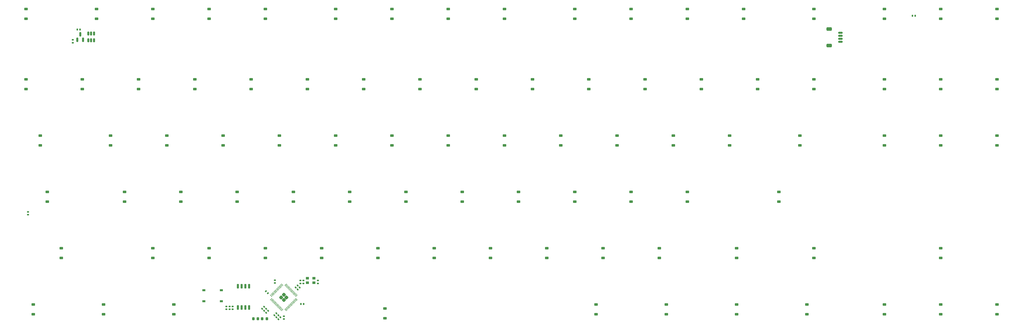
<source format=gbr>
%TF.GenerationSoftware,KiCad,Pcbnew,8.0.1*%
%TF.CreationDate,2025-12-31T00:35:04+09:00*%
%TF.ProjectId,rubrejaneTKL_RP2040_Piano,72756272-656a-4616-9e65-544b4c5f5250,rev?*%
%TF.SameCoordinates,Original*%
%TF.FileFunction,Paste,Bot*%
%TF.FilePolarity,Positive*%
%FSLAX46Y46*%
G04 Gerber Fmt 4.6, Leading zero omitted, Abs format (unit mm)*
G04 Created by KiCad (PCBNEW 8.0.1) date 2025-12-31 00:35:04*
%MOMM*%
%LPD*%
G01*
G04 APERTURE LIST*
G04 Aperture macros list*
%AMRoundRect*
0 Rectangle with rounded corners*
0 $1 Rounding radius*
0 $2 $3 $4 $5 $6 $7 $8 $9 X,Y pos of 4 corners*
0 Add a 4 corners polygon primitive as box body*
4,1,4,$2,$3,$4,$5,$6,$7,$8,$9,$2,$3,0*
0 Add four circle primitives for the rounded corners*
1,1,$1+$1,$2,$3*
1,1,$1+$1,$4,$5*
1,1,$1+$1,$6,$7*
1,1,$1+$1,$8,$9*
0 Add four rect primitives between the rounded corners*
20,1,$1+$1,$2,$3,$4,$5,0*
20,1,$1+$1,$4,$5,$6,$7,0*
20,1,$1+$1,$6,$7,$8,$9,0*
20,1,$1+$1,$8,$9,$2,$3,0*%
G04 Aperture macros list end*
%ADD10RoundRect,0.140000X0.170000X-0.140000X0.170000X0.140000X-0.170000X0.140000X-0.170000X-0.140000X0*%
%ADD11RoundRect,0.225000X0.375000X-0.225000X0.375000X0.225000X-0.375000X0.225000X-0.375000X-0.225000X0*%
%ADD12RoundRect,0.140000X0.140000X0.170000X-0.140000X0.170000X-0.140000X-0.170000X0.140000X-0.170000X0*%
%ADD13RoundRect,0.140000X-0.021213X0.219203X-0.219203X0.021213X0.021213X-0.219203X0.219203X-0.021213X0*%
%ADD14RoundRect,0.140000X-0.170000X0.140000X-0.170000X-0.140000X0.170000X-0.140000X0.170000X0.140000X0*%
%ADD15R,1.000000X0.900000*%
%ADD16RoundRect,0.140000X0.021213X-0.219203X0.219203X-0.021213X-0.021213X0.219203X-0.219203X0.021213X0*%
%ADD17RoundRect,0.225000X0.225000X0.250000X-0.225000X0.250000X-0.225000X-0.250000X0.225000X-0.250000X0*%
%ADD18RoundRect,0.150000X0.150000X-0.587500X0.150000X0.587500X-0.150000X0.587500X-0.150000X-0.587500X0*%
%ADD19RoundRect,0.140000X-0.219203X-0.021213X-0.021213X-0.219203X0.219203X0.021213X0.021213X0.219203X0*%
%ADD20RoundRect,0.150000X-0.150000X0.512500X-0.150000X-0.512500X0.150000X-0.512500X0.150000X0.512500X0*%
%ADD21RoundRect,0.150000X0.625000X-0.150000X0.625000X0.150000X-0.625000X0.150000X-0.625000X-0.150000X0*%
%ADD22RoundRect,0.250000X0.650000X-0.350000X0.650000X0.350000X-0.650000X0.350000X-0.650000X-0.350000X0*%
%ADD23RoundRect,0.150000X-0.150000X0.650000X-0.150000X-0.650000X0.150000X-0.650000X0.150000X0.650000X0*%
%ADD24R,1.000000X0.750000*%
%ADD25RoundRect,0.250000X-0.413257X0.000000X0.000000X-0.413257X0.413257X0.000000X0.000000X0.413257X0*%
%ADD26RoundRect,0.050000X-0.309359X0.238649X0.238649X-0.309359X0.309359X-0.238649X-0.238649X0.309359X0*%
%ADD27RoundRect,0.050000X-0.309359X-0.238649X-0.238649X-0.309359X0.309359X0.238649X0.238649X0.309359X0*%
G04 APERTURE END LIST*
D10*
%TO.C,C16*%
X146442500Y-133280000D03*
X146442500Y-132320000D03*
%TD*%
D11*
%TO.C,D75*%
X247832500Y-124712500D03*
X247832500Y-121412500D03*
%TD*%
%TO.C,D32*%
X319270000Y-67562500D03*
X319270000Y-64262500D03*
%TD*%
D12*
%TO.C,C5*%
X146525000Y-140250000D03*
X145565000Y-140250000D03*
%TD*%
D11*
%TO.C,D69*%
X133532500Y-124712500D03*
X133532500Y-121412500D03*
%TD*%
D13*
%TO.C,C10*%
X133134411Y-141185589D03*
X132455589Y-141864411D03*
%TD*%
D11*
%TO.C,D70*%
X152582500Y-124712500D03*
X152582500Y-121412500D03*
%TD*%
%TO.C,D16*%
X362132500Y-43750000D03*
X362132500Y-40450000D03*
%TD*%
%TO.C,D38*%
X100195000Y-86612500D03*
X100195000Y-83312500D03*
%TD*%
%TO.C,D67*%
X95432500Y-124712500D03*
X95432500Y-121412500D03*
%TD*%
%TO.C,D76*%
X266882500Y-124712500D03*
X266882500Y-121412500D03*
%TD*%
D14*
%TO.C,R5*%
X53220000Y-109120000D03*
X53220000Y-110080000D03*
%TD*%
D11*
%TO.C,D21*%
X109720000Y-67562500D03*
X109720000Y-64262500D03*
%TD*%
%TO.C,D89*%
X362132500Y-143762500D03*
X362132500Y-140462500D03*
%TD*%
%TO.C,D85*%
X269263750Y-143762500D03*
X269263750Y-140462500D03*
%TD*%
%TO.C,D37*%
X81145000Y-86612500D03*
X81145000Y-83312500D03*
%TD*%
%TO.C,D35*%
X381182500Y-67562500D03*
X381182500Y-64262500D03*
%TD*%
%TO.C,D53*%
X59713750Y-105662500D03*
X59713750Y-102362500D03*
%TD*%
%TO.C,D10*%
X238307500Y-43750000D03*
X238307500Y-40450000D03*
%TD*%
D12*
%TO.C,R8*%
X353520000Y-42765000D03*
X352560000Y-42765000D03*
%TD*%
D11*
%TO.C,D39*%
X119245000Y-86612500D03*
X119245000Y-83312500D03*
%TD*%
%TO.C,D59*%
X181157500Y-105662500D03*
X181157500Y-102362500D03*
%TD*%
%TO.C,D12*%
X276407500Y-43750000D03*
X276407500Y-40450000D03*
%TD*%
%TO.C,D84*%
X245451250Y-143762500D03*
X245451250Y-140462500D03*
%TD*%
%TO.C,D2*%
X76382500Y-43750000D03*
X76382500Y-40450000D03*
%TD*%
D10*
%TO.C,R4*%
X120370000Y-142030000D03*
X120370000Y-141070000D03*
%TD*%
D11*
%TO.C,D47*%
X271645000Y-86612500D03*
X271645000Y-83312500D03*
%TD*%
%TO.C,D9*%
X214495000Y-43750000D03*
X214495000Y-40450000D03*
%TD*%
D10*
%TO.C,C2*%
X139820000Y-145355000D03*
X139820000Y-144395000D03*
%TD*%
D11*
%TO.C,D64*%
X276407500Y-105662500D03*
X276407500Y-102362500D03*
%TD*%
D15*
%TO.C,Y1*%
X149970000Y-133075000D03*
X147820000Y-133075000D03*
X147820000Y-131525000D03*
X149970000Y-131525000D03*
%TD*%
D11*
%TO.C,D4*%
X114482500Y-43750000D03*
X114482500Y-40450000D03*
%TD*%
%TO.C,D44*%
X214495000Y-86612500D03*
X214495000Y-83312500D03*
%TD*%
%TO.C,D86*%
X293076250Y-143762500D03*
X293076250Y-140462500D03*
%TD*%
D14*
%TO.C,R6*%
X145412500Y-132320000D03*
X145412500Y-133280000D03*
%TD*%
D10*
%TO.C,R3*%
X121420000Y-142030000D03*
X121420000Y-141070000D03*
%TD*%
D13*
%TO.C,C12*%
X137309411Y-143360589D03*
X136630589Y-144039411D03*
%TD*%
D11*
%TO.C,D90*%
X381182500Y-143762500D03*
X381182500Y-140462500D03*
%TD*%
D16*
%TO.C,C1*%
X137980589Y-145389411D03*
X138659411Y-144710589D03*
%TD*%
D11*
%TO.C,D3*%
X95432500Y-43750000D03*
X95432500Y-40450000D03*
%TD*%
%TO.C,D6*%
X157345000Y-43750000D03*
X157345000Y-40450000D03*
%TD*%
%TO.C,D19*%
X71620000Y-67562500D03*
X71620000Y-64262500D03*
%TD*%
%TO.C,D48*%
X290695000Y-86612500D03*
X290695000Y-83312500D03*
%TD*%
%TO.C,D83*%
X173995000Y-145100000D03*
X173995000Y-141800000D03*
%TD*%
%TO.C,D28*%
X243070000Y-67562500D03*
X243070000Y-64262500D03*
%TD*%
%TO.C,D20*%
X90670000Y-67562500D03*
X90670000Y-64262500D03*
%TD*%
D14*
%TO.C,C15*%
X151370000Y-132320000D03*
X151370000Y-133280000D03*
%TD*%
D13*
%TO.C,C6*%
X144459411Y-133960589D03*
X143780589Y-134639411D03*
%TD*%
D11*
%TO.C,D43*%
X195445000Y-86612500D03*
X195445000Y-83312500D03*
%TD*%
D17*
%TO.C,R1*%
X131045000Y-145250000D03*
X129495000Y-145250000D03*
%TD*%
D11*
%TO.C,D26*%
X204970000Y-67562500D03*
X204970000Y-64262500D03*
%TD*%
%TO.C,D57*%
X143057500Y-105662500D03*
X143057500Y-102362500D03*
%TD*%
%TO.C,D60*%
X200207500Y-105662500D03*
X200207500Y-102362500D03*
%TD*%
%TO.C,D51*%
X362132500Y-86612500D03*
X362132500Y-83312500D03*
%TD*%
D18*
%TO.C,U1*%
X71820000Y-50887500D03*
X69920000Y-50887500D03*
X70870000Y-49012499D03*
%TD*%
D11*
%TO.C,D54*%
X85907500Y-105662500D03*
X85907500Y-102362500D03*
%TD*%
%TO.C,D11*%
X257357500Y-43750000D03*
X257357500Y-40450000D03*
%TD*%
%TO.C,D30*%
X281170000Y-67562500D03*
X281170000Y-64262500D03*
%TD*%
%TO.C,D79*%
X362132500Y-124712500D03*
X362132500Y-121412500D03*
%TD*%
%TO.C,D46*%
X252595000Y-86612500D03*
X252595000Y-83312500D03*
%TD*%
%TO.C,D27*%
X224020000Y-67562500D03*
X224020000Y-64262500D03*
%TD*%
%TO.C,D87*%
X316888750Y-143762500D03*
X316888750Y-140462500D03*
%TD*%
%TO.C,D66*%
X64476250Y-124712500D03*
X64476250Y-121412500D03*
%TD*%
%TO.C,D41*%
X157345000Y-86612500D03*
X157345000Y-83312500D03*
%TD*%
%TO.C,D74*%
X228782500Y-124712500D03*
X228782500Y-121412500D03*
%TD*%
%TO.C,D52*%
X381182500Y-86612500D03*
X381182500Y-83312500D03*
%TD*%
D10*
%TO.C,C8*%
X122470000Y-142030000D03*
X122470000Y-141070000D03*
%TD*%
D11*
%TO.C,D65*%
X307363750Y-105662500D03*
X307363750Y-102362500D03*
%TD*%
D19*
%TO.C,C17*%
X133730589Y-135985589D03*
X134409411Y-136664411D03*
%TD*%
D11*
%TO.C,D24*%
X166870000Y-67562500D03*
X166870000Y-64262500D03*
%TD*%
%TO.C,D88*%
X343082500Y-143762500D03*
X343082500Y-140462500D03*
%TD*%
%TO.C,D13*%
X295457500Y-43750000D03*
X295457500Y-40450000D03*
%TD*%
%TO.C,D45*%
X233545000Y-86612500D03*
X233545000Y-83312500D03*
%TD*%
%TO.C,D58*%
X162107500Y-105662500D03*
X162107500Y-102362500D03*
%TD*%
%TO.C,D77*%
X293076250Y-124712500D03*
X293076250Y-121412500D03*
%TD*%
%TO.C,D81*%
X78763750Y-143762500D03*
X78763750Y-140462500D03*
%TD*%
%TO.C,D33*%
X343082500Y-67562500D03*
X343082500Y-64262500D03*
%TD*%
D13*
%TO.C,C9*%
X137984411Y-144035589D03*
X137305589Y-144714411D03*
%TD*%
D14*
%TO.C,C7*%
X136745000Y-132220000D03*
X136745000Y-133180000D03*
%TD*%
D11*
%TO.C,D80*%
X54951250Y-143762500D03*
X54951250Y-140462500D03*
%TD*%
%TO.C,D61*%
X219257500Y-105662500D03*
X219257500Y-102362500D03*
%TD*%
%TO.C,D34*%
X362132500Y-67562500D03*
X362132500Y-64262500D03*
%TD*%
D20*
%TO.C,U4*%
X73625001Y-48712500D03*
X74575000Y-48712500D03*
X75524999Y-48712500D03*
X75524999Y-50987500D03*
X74575000Y-50987500D03*
X73625001Y-50987500D03*
%TD*%
D11*
%TO.C,D25*%
X185920000Y-67562500D03*
X185920000Y-64262500D03*
%TD*%
%TO.C,D82*%
X102576250Y-143762500D03*
X102576250Y-140462500D03*
%TD*%
%TO.C,D42*%
X176395000Y-86612500D03*
X176395000Y-83312500D03*
%TD*%
%TO.C,D5*%
X133532500Y-43750000D03*
X133532500Y-40450000D03*
%TD*%
%TO.C,D15*%
X343082500Y-43750000D03*
X343082500Y-40450000D03*
%TD*%
D21*
%TO.C,J1*%
X328231250Y-51506250D03*
X328231250Y-50506250D03*
X328231250Y-49506250D03*
X328231250Y-48506250D03*
D22*
X324356250Y-52806250D03*
X324356250Y-47206250D03*
%TD*%
D11*
%TO.C,D72*%
X190682500Y-124712500D03*
X190682500Y-121412500D03*
%TD*%
D14*
%TO.C,C14*%
X68325000Y-50895000D03*
X68325000Y-51855000D03*
%TD*%
D11*
%TO.C,D7*%
X176395000Y-43750000D03*
X176395000Y-40450000D03*
%TD*%
%TO.C,D71*%
X171632500Y-124712500D03*
X171632500Y-121412500D03*
%TD*%
D16*
%TO.C,C11*%
X144455589Y-135314411D03*
X145134411Y-134635589D03*
%TD*%
D11*
%TO.C,D29*%
X262120000Y-67562500D03*
X262120000Y-64262500D03*
%TD*%
%TO.C,D8*%
X195445000Y-43750000D03*
X195445000Y-40450000D03*
%TD*%
%TO.C,D17*%
X381182500Y-43750000D03*
X381182500Y-40450000D03*
%TD*%
%TO.C,D14*%
X319270000Y-43750000D03*
X319270000Y-40450000D03*
%TD*%
%TO.C,D56*%
X124007500Y-105662500D03*
X124007500Y-102362500D03*
%TD*%
%TO.C,D31*%
X300220000Y-67562500D03*
X300220000Y-64262500D03*
%TD*%
%TO.C,D49*%
X314507500Y-86612500D03*
X314507500Y-83312500D03*
%TD*%
D17*
%TO.C,R2*%
X134045000Y-145250000D03*
X132495000Y-145250000D03*
%TD*%
D11*
%TO.C,D78*%
X319270000Y-124712500D03*
X319270000Y-121412500D03*
%TD*%
%TO.C,D18*%
X52570000Y-67562500D03*
X52570000Y-64262500D03*
%TD*%
%TO.C,D50*%
X343082500Y-86612500D03*
X343082500Y-83312500D03*
%TD*%
%TO.C,D36*%
X57332500Y-86612500D03*
X57332500Y-83312500D03*
%TD*%
%TO.C,D23*%
X147820000Y-67562500D03*
X147820000Y-64262500D03*
%TD*%
%TO.C,D22*%
X128770000Y-67562500D03*
X128770000Y-64262500D03*
%TD*%
D23*
%TO.C,U2*%
X124265000Y-134275000D03*
X125535000Y-134275000D03*
X126805000Y-134275000D03*
X128075000Y-134275000D03*
X128075000Y-141475000D03*
X126805000Y-141475000D03*
X125535000Y-141475000D03*
X124265000Y-141475000D03*
%TD*%
D11*
%TO.C,D55*%
X104957500Y-105662500D03*
X104957500Y-102362500D03*
%TD*%
D24*
%TO.C,BOOTSEL1*%
X118693750Y-135617501D03*
X112693750Y-135617501D03*
X118693750Y-139367501D03*
X112693750Y-139367501D03*
%TD*%
D25*
%TO.C,U3*%
X139791878Y-137123439D03*
X138890317Y-138025000D03*
X140693439Y-138025000D03*
X139791878Y-138926561D03*
D26*
X135522721Y-137432798D03*
X135805564Y-137149955D03*
X136088406Y-136867113D03*
X136371249Y-136584270D03*
X136654092Y-136301427D03*
X136936934Y-136018585D03*
X137219777Y-135735742D03*
X137502620Y-135452899D03*
X137785463Y-135170056D03*
X138068305Y-134887214D03*
X138351148Y-134604371D03*
X138633991Y-134321528D03*
X138916833Y-134038686D03*
X139199676Y-133755843D03*
D27*
X140384080Y-133755843D03*
X140666923Y-134038686D03*
X140949765Y-134321528D03*
X141232608Y-134604371D03*
X141515451Y-134887214D03*
X141798293Y-135170056D03*
X142081136Y-135452899D03*
X142363979Y-135735742D03*
X142646822Y-136018585D03*
X142929664Y-136301427D03*
X143212507Y-136584270D03*
X143495350Y-136867113D03*
X143778192Y-137149955D03*
X144061035Y-137432798D03*
D26*
X144061035Y-138617202D03*
X143778192Y-138900045D03*
X143495350Y-139182887D03*
X143212507Y-139465730D03*
X142929664Y-139748573D03*
X142646822Y-140031415D03*
X142363979Y-140314258D03*
X142081136Y-140597101D03*
X141798293Y-140879944D03*
X141515451Y-141162786D03*
X141232608Y-141445629D03*
X140949765Y-141728472D03*
X140666923Y-142011314D03*
X140384080Y-142294157D03*
D27*
X139199676Y-142294157D03*
X138916833Y-142011314D03*
X138633991Y-141728472D03*
X138351148Y-141445629D03*
X138068305Y-141162786D03*
X137785463Y-140879944D03*
X137502620Y-140597101D03*
X137219777Y-140314258D03*
X136936934Y-140031415D03*
X136654092Y-139748573D03*
X136371249Y-139465730D03*
X136088406Y-139182887D03*
X135805564Y-138900045D03*
X135522721Y-138617202D03*
%TD*%
D11*
%TO.C,D1*%
X52570000Y-43750000D03*
X52570000Y-40450000D03*
%TD*%
%TO.C,D62*%
X238307500Y-105662500D03*
X238307500Y-102362500D03*
%TD*%
%TO.C,D73*%
X209732500Y-124712500D03*
X209732500Y-121412500D03*
%TD*%
D16*
%TO.C,C3*%
X133799093Y-143207915D03*
X134477915Y-142529093D03*
%TD*%
D11*
%TO.C,D68*%
X114482500Y-124712500D03*
X114482500Y-121412500D03*
%TD*%
D12*
%TO.C,C13*%
X70855000Y-47425000D03*
X69895000Y-47425000D03*
%TD*%
D16*
%TO.C,C4*%
X133127342Y-142536164D03*
X133806164Y-141857342D03*
%TD*%
D11*
%TO.C,D40*%
X138295000Y-86612500D03*
X138295000Y-83312500D03*
%TD*%
%TO.C,D63*%
X257357500Y-105662500D03*
X257357500Y-102362500D03*
%TD*%
M02*

</source>
